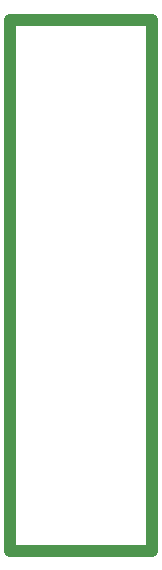
<source format=gko>
G04*
G04 #@! TF.GenerationSoftware,Altium Limited,Altium Designer,21.0.9 (235)*
G04*
G04 Layer_Color=16711935*
%FSLAX25Y25*%
%MOIN*%
G70*
G04*
G04 #@! TF.SameCoordinates,DB5CEA20-A306-4327-B62D-959DDA491E44*
G04*
G04*
G04 #@! TF.FilePolarity,Positive*
G04*
G01*
G75*
%ADD52C,0.03937*%
D52*
X47441Y-0D02*
X47441Y176969D01*
X-0D02*
X47441D01*
X-0D02*
X0Y-0D01*
X47441D01*
M02*

</source>
